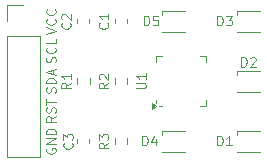
<source format=gbr>
G04 #@! TF.GenerationSoftware,KiCad,Pcbnew,9.0.1+dfsg-1*
G04 #@! TF.CreationDate,2025-05-27T21:30:09+08:00*
G04 #@! TF.ProjectId,i2c_led,6932635f-6c65-4642-9e6b-696361645f70,a*
G04 #@! TF.SameCoordinates,Original*
G04 #@! TF.FileFunction,Legend,Top*
G04 #@! TF.FilePolarity,Positive*
%FSLAX46Y46*%
G04 Gerber Fmt 4.6, Leading zero omitted, Abs format (unit mm)*
G04 Created by KiCad (PCBNEW 9.0.1+dfsg-1) date 2025-05-27 21:30:09*
%MOMM*%
%LPD*%
G01*
G04 APERTURE LIST*
%ADD10C,0.100000*%
%ADD11C,0.120000*%
G04 APERTURE END LIST*
D10*
X138589800Y-94932381D02*
X138627895Y-94818095D01*
X138627895Y-94818095D02*
X138627895Y-94627619D01*
X138627895Y-94627619D02*
X138589800Y-94551428D01*
X138589800Y-94551428D02*
X138551704Y-94513333D01*
X138551704Y-94513333D02*
X138475514Y-94475238D01*
X138475514Y-94475238D02*
X138399323Y-94475238D01*
X138399323Y-94475238D02*
X138323133Y-94513333D01*
X138323133Y-94513333D02*
X138285038Y-94551428D01*
X138285038Y-94551428D02*
X138246942Y-94627619D01*
X138246942Y-94627619D02*
X138208847Y-94780000D01*
X138208847Y-94780000D02*
X138170752Y-94856190D01*
X138170752Y-94856190D02*
X138132657Y-94894285D01*
X138132657Y-94894285D02*
X138056466Y-94932381D01*
X138056466Y-94932381D02*
X137980276Y-94932381D01*
X137980276Y-94932381D02*
X137904085Y-94894285D01*
X137904085Y-94894285D02*
X137865990Y-94856190D01*
X137865990Y-94856190D02*
X137827895Y-94780000D01*
X137827895Y-94780000D02*
X137827895Y-94589523D01*
X137827895Y-94589523D02*
X137865990Y-94475238D01*
X138551704Y-93675237D02*
X138589800Y-93713333D01*
X138589800Y-93713333D02*
X138627895Y-93827618D01*
X138627895Y-93827618D02*
X138627895Y-93903809D01*
X138627895Y-93903809D02*
X138589800Y-94018095D01*
X138589800Y-94018095D02*
X138513609Y-94094285D01*
X138513609Y-94094285D02*
X138437419Y-94132380D01*
X138437419Y-94132380D02*
X138285038Y-94170476D01*
X138285038Y-94170476D02*
X138170752Y-94170476D01*
X138170752Y-94170476D02*
X138018371Y-94132380D01*
X138018371Y-94132380D02*
X137942180Y-94094285D01*
X137942180Y-94094285D02*
X137865990Y-94018095D01*
X137865990Y-94018095D02*
X137827895Y-93903809D01*
X137827895Y-93903809D02*
X137827895Y-93827618D01*
X137827895Y-93827618D02*
X137865990Y-93713333D01*
X137865990Y-93713333D02*
X137904085Y-93675237D01*
X138627895Y-92951428D02*
X138627895Y-93332380D01*
X138627895Y-93332380D02*
X137827895Y-93332380D01*
X138589800Y-97491428D02*
X138627895Y-97377142D01*
X138627895Y-97377142D02*
X138627895Y-97186666D01*
X138627895Y-97186666D02*
X138589800Y-97110475D01*
X138589800Y-97110475D02*
X138551704Y-97072380D01*
X138551704Y-97072380D02*
X138475514Y-97034285D01*
X138475514Y-97034285D02*
X138399323Y-97034285D01*
X138399323Y-97034285D02*
X138323133Y-97072380D01*
X138323133Y-97072380D02*
X138285038Y-97110475D01*
X138285038Y-97110475D02*
X138246942Y-97186666D01*
X138246942Y-97186666D02*
X138208847Y-97339047D01*
X138208847Y-97339047D02*
X138170752Y-97415237D01*
X138170752Y-97415237D02*
X138132657Y-97453332D01*
X138132657Y-97453332D02*
X138056466Y-97491428D01*
X138056466Y-97491428D02*
X137980276Y-97491428D01*
X137980276Y-97491428D02*
X137904085Y-97453332D01*
X137904085Y-97453332D02*
X137865990Y-97415237D01*
X137865990Y-97415237D02*
X137827895Y-97339047D01*
X137827895Y-97339047D02*
X137827895Y-97148570D01*
X137827895Y-97148570D02*
X137865990Y-97034285D01*
X138627895Y-96691427D02*
X137827895Y-96691427D01*
X137827895Y-96691427D02*
X137827895Y-96500951D01*
X137827895Y-96500951D02*
X137865990Y-96386665D01*
X137865990Y-96386665D02*
X137942180Y-96310475D01*
X137942180Y-96310475D02*
X138018371Y-96272380D01*
X138018371Y-96272380D02*
X138170752Y-96234284D01*
X138170752Y-96234284D02*
X138285038Y-96234284D01*
X138285038Y-96234284D02*
X138437419Y-96272380D01*
X138437419Y-96272380D02*
X138513609Y-96310475D01*
X138513609Y-96310475D02*
X138589800Y-96386665D01*
X138589800Y-96386665D02*
X138627895Y-96500951D01*
X138627895Y-96500951D02*
X138627895Y-96691427D01*
X138399323Y-95929523D02*
X138399323Y-95548570D01*
X138627895Y-96005713D02*
X137827895Y-95739046D01*
X137827895Y-95739046D02*
X138627895Y-95472380D01*
X137827895Y-92506666D02*
X138627895Y-92239999D01*
X138627895Y-92239999D02*
X137827895Y-91973333D01*
X138551704Y-91249523D02*
X138589800Y-91287619D01*
X138589800Y-91287619D02*
X138627895Y-91401904D01*
X138627895Y-91401904D02*
X138627895Y-91478095D01*
X138627895Y-91478095D02*
X138589800Y-91592381D01*
X138589800Y-91592381D02*
X138513609Y-91668571D01*
X138513609Y-91668571D02*
X138437419Y-91706666D01*
X138437419Y-91706666D02*
X138285038Y-91744762D01*
X138285038Y-91744762D02*
X138170752Y-91744762D01*
X138170752Y-91744762D02*
X138018371Y-91706666D01*
X138018371Y-91706666D02*
X137942180Y-91668571D01*
X137942180Y-91668571D02*
X137865990Y-91592381D01*
X137865990Y-91592381D02*
X137827895Y-91478095D01*
X137827895Y-91478095D02*
X137827895Y-91401904D01*
X137827895Y-91401904D02*
X137865990Y-91287619D01*
X137865990Y-91287619D02*
X137904085Y-91249523D01*
X138551704Y-90449523D02*
X138589800Y-90487619D01*
X138589800Y-90487619D02*
X138627895Y-90601904D01*
X138627895Y-90601904D02*
X138627895Y-90678095D01*
X138627895Y-90678095D02*
X138589800Y-90792381D01*
X138589800Y-90792381D02*
X138513609Y-90868571D01*
X138513609Y-90868571D02*
X138437419Y-90906666D01*
X138437419Y-90906666D02*
X138285038Y-90944762D01*
X138285038Y-90944762D02*
X138170752Y-90944762D01*
X138170752Y-90944762D02*
X138018371Y-90906666D01*
X138018371Y-90906666D02*
X137942180Y-90868571D01*
X137942180Y-90868571D02*
X137865990Y-90792381D01*
X137865990Y-90792381D02*
X137827895Y-90678095D01*
X137827895Y-90678095D02*
X137827895Y-90601904D01*
X137827895Y-90601904D02*
X137865990Y-90487619D01*
X137865990Y-90487619D02*
X137904085Y-90449523D01*
X138627895Y-99498094D02*
X138246942Y-99764761D01*
X138627895Y-99955237D02*
X137827895Y-99955237D01*
X137827895Y-99955237D02*
X137827895Y-99650475D01*
X137827895Y-99650475D02*
X137865990Y-99574285D01*
X137865990Y-99574285D02*
X137904085Y-99536190D01*
X137904085Y-99536190D02*
X137980276Y-99498094D01*
X137980276Y-99498094D02*
X138094561Y-99498094D01*
X138094561Y-99498094D02*
X138170752Y-99536190D01*
X138170752Y-99536190D02*
X138208847Y-99574285D01*
X138208847Y-99574285D02*
X138246942Y-99650475D01*
X138246942Y-99650475D02*
X138246942Y-99955237D01*
X138589800Y-99193333D02*
X138627895Y-99079047D01*
X138627895Y-99079047D02*
X138627895Y-98888571D01*
X138627895Y-98888571D02*
X138589800Y-98812380D01*
X138589800Y-98812380D02*
X138551704Y-98774285D01*
X138551704Y-98774285D02*
X138475514Y-98736190D01*
X138475514Y-98736190D02*
X138399323Y-98736190D01*
X138399323Y-98736190D02*
X138323133Y-98774285D01*
X138323133Y-98774285D02*
X138285038Y-98812380D01*
X138285038Y-98812380D02*
X138246942Y-98888571D01*
X138246942Y-98888571D02*
X138208847Y-99040952D01*
X138208847Y-99040952D02*
X138170752Y-99117142D01*
X138170752Y-99117142D02*
X138132657Y-99155237D01*
X138132657Y-99155237D02*
X138056466Y-99193333D01*
X138056466Y-99193333D02*
X137980276Y-99193333D01*
X137980276Y-99193333D02*
X137904085Y-99155237D01*
X137904085Y-99155237D02*
X137865990Y-99117142D01*
X137865990Y-99117142D02*
X137827895Y-99040952D01*
X137827895Y-99040952D02*
X137827895Y-98850475D01*
X137827895Y-98850475D02*
X137865990Y-98736190D01*
X137827895Y-98507618D02*
X137827895Y-98050475D01*
X138627895Y-98279047D02*
X137827895Y-98279047D01*
X137865990Y-102209523D02*
X137827895Y-102285713D01*
X137827895Y-102285713D02*
X137827895Y-102399999D01*
X137827895Y-102399999D02*
X137865990Y-102514285D01*
X137865990Y-102514285D02*
X137942180Y-102590475D01*
X137942180Y-102590475D02*
X138018371Y-102628570D01*
X138018371Y-102628570D02*
X138170752Y-102666666D01*
X138170752Y-102666666D02*
X138285038Y-102666666D01*
X138285038Y-102666666D02*
X138437419Y-102628570D01*
X138437419Y-102628570D02*
X138513609Y-102590475D01*
X138513609Y-102590475D02*
X138589800Y-102514285D01*
X138589800Y-102514285D02*
X138627895Y-102399999D01*
X138627895Y-102399999D02*
X138627895Y-102323808D01*
X138627895Y-102323808D02*
X138589800Y-102209523D01*
X138589800Y-102209523D02*
X138551704Y-102171427D01*
X138551704Y-102171427D02*
X138285038Y-102171427D01*
X138285038Y-102171427D02*
X138285038Y-102323808D01*
X138627895Y-101828570D02*
X137827895Y-101828570D01*
X137827895Y-101828570D02*
X138627895Y-101371427D01*
X138627895Y-101371427D02*
X137827895Y-101371427D01*
X138627895Y-100990475D02*
X137827895Y-100990475D01*
X137827895Y-100990475D02*
X137827895Y-100799999D01*
X137827895Y-100799999D02*
X137865990Y-100685713D01*
X137865990Y-100685713D02*
X137942180Y-100609523D01*
X137942180Y-100609523D02*
X138018371Y-100571428D01*
X138018371Y-100571428D02*
X138170752Y-100533332D01*
X138170752Y-100533332D02*
X138285038Y-100533332D01*
X138285038Y-100533332D02*
X138437419Y-100571428D01*
X138437419Y-100571428D02*
X138513609Y-100609523D01*
X138513609Y-100609523D02*
X138589800Y-100685713D01*
X138589800Y-100685713D02*
X138627895Y-100799999D01*
X138627895Y-100799999D02*
X138627895Y-100990475D01*
X143003704Y-91573332D02*
X143041800Y-91611428D01*
X143041800Y-91611428D02*
X143079895Y-91725713D01*
X143079895Y-91725713D02*
X143079895Y-91801904D01*
X143079895Y-91801904D02*
X143041800Y-91916190D01*
X143041800Y-91916190D02*
X142965609Y-91992380D01*
X142965609Y-91992380D02*
X142889419Y-92030475D01*
X142889419Y-92030475D02*
X142737038Y-92068571D01*
X142737038Y-92068571D02*
X142622752Y-92068571D01*
X142622752Y-92068571D02*
X142470371Y-92030475D01*
X142470371Y-92030475D02*
X142394180Y-91992380D01*
X142394180Y-91992380D02*
X142317990Y-91916190D01*
X142317990Y-91916190D02*
X142279895Y-91801904D01*
X142279895Y-91801904D02*
X142279895Y-91725713D01*
X142279895Y-91725713D02*
X142317990Y-91611428D01*
X142317990Y-91611428D02*
X142356085Y-91573332D01*
X143079895Y-90811428D02*
X143079895Y-91268571D01*
X143079895Y-91039999D02*
X142279895Y-91039999D01*
X142279895Y-91039999D02*
X142394180Y-91116190D01*
X142394180Y-91116190D02*
X142470371Y-91192380D01*
X142470371Y-91192380D02*
X142508466Y-91268571D01*
X143079895Y-96653332D02*
X142698942Y-96919999D01*
X143079895Y-97110475D02*
X142279895Y-97110475D01*
X142279895Y-97110475D02*
X142279895Y-96805713D01*
X142279895Y-96805713D02*
X142317990Y-96729523D01*
X142317990Y-96729523D02*
X142356085Y-96691428D01*
X142356085Y-96691428D02*
X142432276Y-96653332D01*
X142432276Y-96653332D02*
X142546561Y-96653332D01*
X142546561Y-96653332D02*
X142622752Y-96691428D01*
X142622752Y-96691428D02*
X142660847Y-96729523D01*
X142660847Y-96729523D02*
X142698942Y-96805713D01*
X142698942Y-96805713D02*
X142698942Y-97110475D01*
X142356085Y-96348571D02*
X142317990Y-96310475D01*
X142317990Y-96310475D02*
X142279895Y-96234285D01*
X142279895Y-96234285D02*
X142279895Y-96043809D01*
X142279895Y-96043809D02*
X142317990Y-95967618D01*
X142317990Y-95967618D02*
X142356085Y-95929523D01*
X142356085Y-95929523D02*
X142432276Y-95891428D01*
X142432276Y-95891428D02*
X142508466Y-95891428D01*
X142508466Y-95891428D02*
X142622752Y-95929523D01*
X142622752Y-95929523D02*
X143079895Y-96386666D01*
X143079895Y-96386666D02*
X143079895Y-95891428D01*
X145967524Y-101964895D02*
X145967524Y-101164895D01*
X145967524Y-101164895D02*
X146158000Y-101164895D01*
X146158000Y-101164895D02*
X146272286Y-101202990D01*
X146272286Y-101202990D02*
X146348476Y-101279180D01*
X146348476Y-101279180D02*
X146386571Y-101355371D01*
X146386571Y-101355371D02*
X146424667Y-101507752D01*
X146424667Y-101507752D02*
X146424667Y-101622038D01*
X146424667Y-101622038D02*
X146386571Y-101774419D01*
X146386571Y-101774419D02*
X146348476Y-101850609D01*
X146348476Y-101850609D02*
X146272286Y-101926800D01*
X146272286Y-101926800D02*
X146158000Y-101964895D01*
X146158000Y-101964895D02*
X145967524Y-101964895D01*
X147110381Y-101431561D02*
X147110381Y-101964895D01*
X146919905Y-101126800D02*
X146729428Y-101698228D01*
X146729428Y-101698228D02*
X147224667Y-101698228D01*
X152317524Y-101964895D02*
X152317524Y-101164895D01*
X152317524Y-101164895D02*
X152508000Y-101164895D01*
X152508000Y-101164895D02*
X152622286Y-101202990D01*
X152622286Y-101202990D02*
X152698476Y-101279180D01*
X152698476Y-101279180D02*
X152736571Y-101355371D01*
X152736571Y-101355371D02*
X152774667Y-101507752D01*
X152774667Y-101507752D02*
X152774667Y-101622038D01*
X152774667Y-101622038D02*
X152736571Y-101774419D01*
X152736571Y-101774419D02*
X152698476Y-101850609D01*
X152698476Y-101850609D02*
X152622286Y-101926800D01*
X152622286Y-101926800D02*
X152508000Y-101964895D01*
X152508000Y-101964895D02*
X152317524Y-101964895D01*
X153536571Y-101964895D02*
X153079428Y-101964895D01*
X153308000Y-101964895D02*
X153308000Y-101164895D01*
X153308000Y-101164895D02*
X153231809Y-101279180D01*
X153231809Y-101279180D02*
X153155619Y-101355371D01*
X153155619Y-101355371D02*
X153079428Y-101393466D01*
X145459895Y-97129523D02*
X146107514Y-97129523D01*
X146107514Y-97129523D02*
X146183704Y-97091428D01*
X146183704Y-97091428D02*
X146221800Y-97053333D01*
X146221800Y-97053333D02*
X146259895Y-96977142D01*
X146259895Y-96977142D02*
X146259895Y-96824761D01*
X146259895Y-96824761D02*
X146221800Y-96748571D01*
X146221800Y-96748571D02*
X146183704Y-96710476D01*
X146183704Y-96710476D02*
X146107514Y-96672380D01*
X146107514Y-96672380D02*
X145459895Y-96672380D01*
X146259895Y-95872381D02*
X146259895Y-96329524D01*
X146259895Y-96100952D02*
X145459895Y-96100952D01*
X145459895Y-96100952D02*
X145574180Y-96177143D01*
X145574180Y-96177143D02*
X145650371Y-96253333D01*
X145650371Y-96253333D02*
X145688466Y-96329524D01*
X152317524Y-91804895D02*
X152317524Y-91004895D01*
X152317524Y-91004895D02*
X152508000Y-91004895D01*
X152508000Y-91004895D02*
X152622286Y-91042990D01*
X152622286Y-91042990D02*
X152698476Y-91119180D01*
X152698476Y-91119180D02*
X152736571Y-91195371D01*
X152736571Y-91195371D02*
X152774667Y-91347752D01*
X152774667Y-91347752D02*
X152774667Y-91462038D01*
X152774667Y-91462038D02*
X152736571Y-91614419D01*
X152736571Y-91614419D02*
X152698476Y-91690609D01*
X152698476Y-91690609D02*
X152622286Y-91766800D01*
X152622286Y-91766800D02*
X152508000Y-91804895D01*
X152508000Y-91804895D02*
X152317524Y-91804895D01*
X153041333Y-91004895D02*
X153536571Y-91004895D01*
X153536571Y-91004895D02*
X153269905Y-91309657D01*
X153269905Y-91309657D02*
X153384190Y-91309657D01*
X153384190Y-91309657D02*
X153460381Y-91347752D01*
X153460381Y-91347752D02*
X153498476Y-91385847D01*
X153498476Y-91385847D02*
X153536571Y-91462038D01*
X153536571Y-91462038D02*
X153536571Y-91652514D01*
X153536571Y-91652514D02*
X153498476Y-91728704D01*
X153498476Y-91728704D02*
X153460381Y-91766800D01*
X153460381Y-91766800D02*
X153384190Y-91804895D01*
X153384190Y-91804895D02*
X153155619Y-91804895D01*
X153155619Y-91804895D02*
X153079428Y-91766800D01*
X153079428Y-91766800D02*
X153041333Y-91728704D01*
X146094524Y-91804895D02*
X146094524Y-91004895D01*
X146094524Y-91004895D02*
X146285000Y-91004895D01*
X146285000Y-91004895D02*
X146399286Y-91042990D01*
X146399286Y-91042990D02*
X146475476Y-91119180D01*
X146475476Y-91119180D02*
X146513571Y-91195371D01*
X146513571Y-91195371D02*
X146551667Y-91347752D01*
X146551667Y-91347752D02*
X146551667Y-91462038D01*
X146551667Y-91462038D02*
X146513571Y-91614419D01*
X146513571Y-91614419D02*
X146475476Y-91690609D01*
X146475476Y-91690609D02*
X146399286Y-91766800D01*
X146399286Y-91766800D02*
X146285000Y-91804895D01*
X146285000Y-91804895D02*
X146094524Y-91804895D01*
X147275476Y-91004895D02*
X146894524Y-91004895D01*
X146894524Y-91004895D02*
X146856428Y-91385847D01*
X146856428Y-91385847D02*
X146894524Y-91347752D01*
X146894524Y-91347752D02*
X146970714Y-91309657D01*
X146970714Y-91309657D02*
X147161190Y-91309657D01*
X147161190Y-91309657D02*
X147237381Y-91347752D01*
X147237381Y-91347752D02*
X147275476Y-91385847D01*
X147275476Y-91385847D02*
X147313571Y-91462038D01*
X147313571Y-91462038D02*
X147313571Y-91652514D01*
X147313571Y-91652514D02*
X147275476Y-91728704D01*
X147275476Y-91728704D02*
X147237381Y-91766800D01*
X147237381Y-91766800D02*
X147161190Y-91804895D01*
X147161190Y-91804895D02*
X146970714Y-91804895D01*
X146970714Y-91804895D02*
X146894524Y-91766800D01*
X146894524Y-91766800D02*
X146856428Y-91728704D01*
X143079895Y-101733332D02*
X142698942Y-101999999D01*
X143079895Y-102190475D02*
X142279895Y-102190475D01*
X142279895Y-102190475D02*
X142279895Y-101885713D01*
X142279895Y-101885713D02*
X142317990Y-101809523D01*
X142317990Y-101809523D02*
X142356085Y-101771428D01*
X142356085Y-101771428D02*
X142432276Y-101733332D01*
X142432276Y-101733332D02*
X142546561Y-101733332D01*
X142546561Y-101733332D02*
X142622752Y-101771428D01*
X142622752Y-101771428D02*
X142660847Y-101809523D01*
X142660847Y-101809523D02*
X142698942Y-101885713D01*
X142698942Y-101885713D02*
X142698942Y-102190475D01*
X142279895Y-101466666D02*
X142279895Y-100971428D01*
X142279895Y-100971428D02*
X142584657Y-101238094D01*
X142584657Y-101238094D02*
X142584657Y-101123809D01*
X142584657Y-101123809D02*
X142622752Y-101047618D01*
X142622752Y-101047618D02*
X142660847Y-101009523D01*
X142660847Y-101009523D02*
X142737038Y-100971428D01*
X142737038Y-100971428D02*
X142927514Y-100971428D01*
X142927514Y-100971428D02*
X143003704Y-101009523D01*
X143003704Y-101009523D02*
X143041800Y-101047618D01*
X143041800Y-101047618D02*
X143079895Y-101123809D01*
X143079895Y-101123809D02*
X143079895Y-101352380D01*
X143079895Y-101352380D02*
X143041800Y-101428571D01*
X143041800Y-101428571D02*
X143003704Y-101466666D01*
X154349524Y-95284895D02*
X154349524Y-94484895D01*
X154349524Y-94484895D02*
X154540000Y-94484895D01*
X154540000Y-94484895D02*
X154654286Y-94522990D01*
X154654286Y-94522990D02*
X154730476Y-94599180D01*
X154730476Y-94599180D02*
X154768571Y-94675371D01*
X154768571Y-94675371D02*
X154806667Y-94827752D01*
X154806667Y-94827752D02*
X154806667Y-94942038D01*
X154806667Y-94942038D02*
X154768571Y-95094419D01*
X154768571Y-95094419D02*
X154730476Y-95170609D01*
X154730476Y-95170609D02*
X154654286Y-95246800D01*
X154654286Y-95246800D02*
X154540000Y-95284895D01*
X154540000Y-95284895D02*
X154349524Y-95284895D01*
X155111428Y-94561085D02*
X155149524Y-94522990D01*
X155149524Y-94522990D02*
X155225714Y-94484895D01*
X155225714Y-94484895D02*
X155416190Y-94484895D01*
X155416190Y-94484895D02*
X155492381Y-94522990D01*
X155492381Y-94522990D02*
X155530476Y-94561085D01*
X155530476Y-94561085D02*
X155568571Y-94637276D01*
X155568571Y-94637276D02*
X155568571Y-94713466D01*
X155568571Y-94713466D02*
X155530476Y-94827752D01*
X155530476Y-94827752D02*
X155073333Y-95284895D01*
X155073333Y-95284895D02*
X155568571Y-95284895D01*
X139988704Y-101733332D02*
X140026800Y-101771428D01*
X140026800Y-101771428D02*
X140064895Y-101885713D01*
X140064895Y-101885713D02*
X140064895Y-101961904D01*
X140064895Y-101961904D02*
X140026800Y-102076190D01*
X140026800Y-102076190D02*
X139950609Y-102152380D01*
X139950609Y-102152380D02*
X139874419Y-102190475D01*
X139874419Y-102190475D02*
X139722038Y-102228571D01*
X139722038Y-102228571D02*
X139607752Y-102228571D01*
X139607752Y-102228571D02*
X139455371Y-102190475D01*
X139455371Y-102190475D02*
X139379180Y-102152380D01*
X139379180Y-102152380D02*
X139302990Y-102076190D01*
X139302990Y-102076190D02*
X139264895Y-101961904D01*
X139264895Y-101961904D02*
X139264895Y-101885713D01*
X139264895Y-101885713D02*
X139302990Y-101771428D01*
X139302990Y-101771428D02*
X139341085Y-101733332D01*
X139264895Y-101466666D02*
X139264895Y-100971428D01*
X139264895Y-100971428D02*
X139569657Y-101238094D01*
X139569657Y-101238094D02*
X139569657Y-101123809D01*
X139569657Y-101123809D02*
X139607752Y-101047618D01*
X139607752Y-101047618D02*
X139645847Y-101009523D01*
X139645847Y-101009523D02*
X139722038Y-100971428D01*
X139722038Y-100971428D02*
X139912514Y-100971428D01*
X139912514Y-100971428D02*
X139988704Y-101009523D01*
X139988704Y-101009523D02*
X140026800Y-101047618D01*
X140026800Y-101047618D02*
X140064895Y-101123809D01*
X140064895Y-101123809D02*
X140064895Y-101352380D01*
X140064895Y-101352380D02*
X140026800Y-101428571D01*
X140026800Y-101428571D02*
X139988704Y-101466666D01*
X139904895Y-96653332D02*
X139523942Y-96919999D01*
X139904895Y-97110475D02*
X139104895Y-97110475D01*
X139104895Y-97110475D02*
X139104895Y-96805713D01*
X139104895Y-96805713D02*
X139142990Y-96729523D01*
X139142990Y-96729523D02*
X139181085Y-96691428D01*
X139181085Y-96691428D02*
X139257276Y-96653332D01*
X139257276Y-96653332D02*
X139371561Y-96653332D01*
X139371561Y-96653332D02*
X139447752Y-96691428D01*
X139447752Y-96691428D02*
X139485847Y-96729523D01*
X139485847Y-96729523D02*
X139523942Y-96805713D01*
X139523942Y-96805713D02*
X139523942Y-97110475D01*
X139904895Y-95891428D02*
X139904895Y-96348571D01*
X139904895Y-96119999D02*
X139104895Y-96119999D01*
X139104895Y-96119999D02*
X139219180Y-96196190D01*
X139219180Y-96196190D02*
X139295371Y-96272380D01*
X139295371Y-96272380D02*
X139333466Y-96348571D01*
X139828704Y-91573332D02*
X139866800Y-91611428D01*
X139866800Y-91611428D02*
X139904895Y-91725713D01*
X139904895Y-91725713D02*
X139904895Y-91801904D01*
X139904895Y-91801904D02*
X139866800Y-91916190D01*
X139866800Y-91916190D02*
X139790609Y-91992380D01*
X139790609Y-91992380D02*
X139714419Y-92030475D01*
X139714419Y-92030475D02*
X139562038Y-92068571D01*
X139562038Y-92068571D02*
X139447752Y-92068571D01*
X139447752Y-92068571D02*
X139295371Y-92030475D01*
X139295371Y-92030475D02*
X139219180Y-91992380D01*
X139219180Y-91992380D02*
X139142990Y-91916190D01*
X139142990Y-91916190D02*
X139104895Y-91801904D01*
X139104895Y-91801904D02*
X139104895Y-91725713D01*
X139104895Y-91725713D02*
X139142990Y-91611428D01*
X139142990Y-91611428D02*
X139181085Y-91573332D01*
X139181085Y-91268571D02*
X139142990Y-91230475D01*
X139142990Y-91230475D02*
X139104895Y-91154285D01*
X139104895Y-91154285D02*
X139104895Y-90963809D01*
X139104895Y-90963809D02*
X139142990Y-90887618D01*
X139142990Y-90887618D02*
X139181085Y-90849523D01*
X139181085Y-90849523D02*
X139257276Y-90811428D01*
X139257276Y-90811428D02*
X139333466Y-90811428D01*
X139333466Y-90811428D02*
X139447752Y-90849523D01*
X139447752Y-90849523D02*
X139904895Y-91306666D01*
X139904895Y-91306666D02*
X139904895Y-90811428D01*
D11*
G04 #@! TO.C,C1*
X143635000Y-91580580D02*
X143635000Y-91299420D01*
X144655000Y-91580580D02*
X144655000Y-91299420D01*
G04 #@! TO.C,R2*
X143622500Y-96757258D02*
X143622500Y-96282742D01*
X144667500Y-96757258D02*
X144667500Y-96282742D01*
D10*
G04 #@! TO.C,D4*
X147590000Y-100700000D02*
X147590000Y-101100000D01*
X147590000Y-102500000D02*
X149590000Y-102500000D01*
X147990000Y-100700000D02*
X147590000Y-100700000D01*
X147990000Y-100700000D02*
X149590000Y-100700000D01*
G04 #@! TO.C,D1*
X153940000Y-100700000D02*
X153940000Y-101100000D01*
X153940000Y-102500000D02*
X155940000Y-102500000D01*
X154340000Y-100700000D02*
X153940000Y-100700000D01*
X154340000Y-100700000D02*
X155940000Y-100700000D01*
D11*
G04 #@! TO.C,U1*
X147115000Y-94410000D02*
X147590000Y-94410000D01*
X147115000Y-94885000D02*
X147115000Y-94410000D01*
X147115000Y-98155000D02*
X147115000Y-98330000D01*
X147590000Y-98630000D02*
X147355000Y-98630000D01*
X151335000Y-94410000D02*
X150860000Y-94410000D01*
X151335000Y-94885000D02*
X151335000Y-94410000D01*
X151335000Y-98155000D02*
X151335000Y-98630000D01*
X151335000Y-98630000D02*
X150860000Y-98630000D01*
X147115000Y-98630000D02*
X146785000Y-98870000D01*
X146785000Y-98390000D01*
X147115000Y-98630000D01*
G36*
X147115000Y-98630000D02*
G01*
X146785000Y-98870000D01*
X146785000Y-98390000D01*
X147115000Y-98630000D01*
G37*
D10*
G04 #@! TO.C,D3*
X153940000Y-90540000D02*
X153940000Y-90940000D01*
X153940000Y-92340000D02*
X155940000Y-92340000D01*
X154340000Y-90540000D02*
X153940000Y-90540000D01*
X154340000Y-90540000D02*
X155940000Y-90540000D01*
G04 #@! TO.C,D5*
X147590000Y-90540000D02*
X147590000Y-90940000D01*
X147590000Y-92340000D02*
X149590000Y-92340000D01*
X147990000Y-90540000D02*
X147590000Y-90540000D01*
X147990000Y-90540000D02*
X149590000Y-90540000D01*
D11*
G04 #@! TO.C,R3*
X143622500Y-101837258D02*
X143622500Y-101362742D01*
X144667500Y-101837258D02*
X144667500Y-101362742D01*
D10*
G04 #@! TO.C,D2*
X153940000Y-95620000D02*
X153940000Y-96020000D01*
X153940000Y-97420000D02*
X155940000Y-97420000D01*
X154340000Y-95620000D02*
X153940000Y-95620000D01*
X154340000Y-95620000D02*
X155940000Y-95620000D01*
D11*
G04 #@! TO.C,C3*
X140460000Y-101459420D02*
X140460000Y-101740580D01*
X141480000Y-101459420D02*
X141480000Y-101740580D01*
G04 #@! TO.C,R1*
X140447500Y-96757258D02*
X140447500Y-96282742D01*
X141492500Y-96757258D02*
X141492500Y-96282742D01*
G04 #@! TO.C,J1*
X134510000Y-90060000D02*
X135890000Y-90060000D01*
X134510000Y-91440000D02*
X134510000Y-90060000D01*
X134510000Y-92710000D02*
X134510000Y-102980000D01*
X134510000Y-92710000D02*
X137270000Y-92710000D01*
X134510000Y-102980000D02*
X137270000Y-102980000D01*
X137270000Y-92710000D02*
X137270000Y-102980000D01*
G04 #@! TO.C,C2*
X140460000Y-91580580D02*
X140460000Y-91299420D01*
X141480000Y-91580580D02*
X141480000Y-91299420D01*
G04 #@! TD*
M02*

</source>
